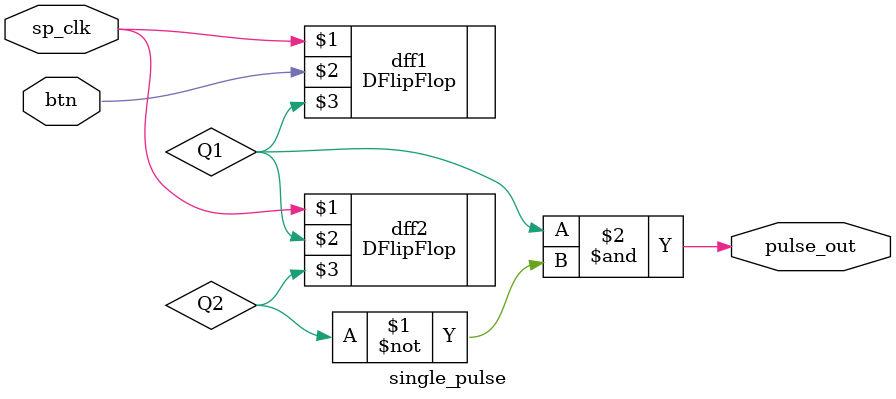
<source format=v>
`timescale 1ns / 1ps


module single_pulse(
    input btn,
    input sp_clk,
    output pulse_out
    );
    
    wire Q1; wire Q2;
    DFlipFlop dff1(sp_clk,btn,Q1);
    DFlipFlop dff2(sp_clk,Q1,Q2);
    assign pulse_out = Q1 & (~Q2);
    
endmodule

</source>
